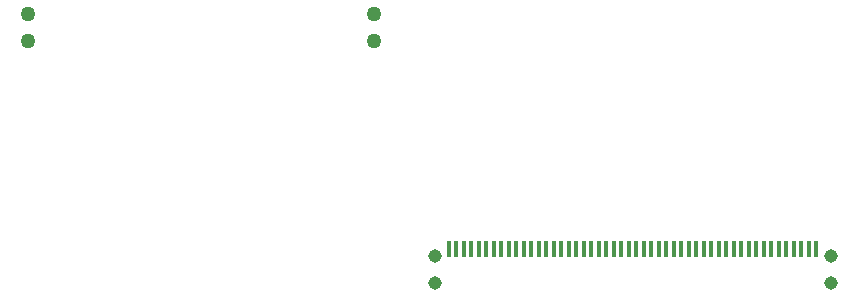
<source format=gtp>
G04 #@! TF.FileFunction,Paste,Top*
%FSLAX46Y46*%
G04 Gerber Fmt 4.6, Leading zero omitted, Abs format (unit mm)*
G04 Created by KiCad (PCBNEW 4.0.6) date Tuesday, May 23, 2017 'AMt' 09:33:37 AM*
%MOMM*%
%LPD*%
G01*
G04 APERTURE LIST*
%ADD10C,0.150000*%
%ADD11R,0.381000X1.397000*%
%ADD12C,1.143000*%
%ADD13C,1.270000*%
G04 APERTURE END LIST*
D10*
D11*
X96557500Y-59448700D03*
X95922500Y-59448700D03*
X95287500Y-59448700D03*
X94652500Y-59448700D03*
X94017500Y-59448700D03*
X93382500Y-59448700D03*
X92747500Y-59448700D03*
X92112500Y-59448700D03*
X91477500Y-59448700D03*
X90842500Y-59448700D03*
X90207500Y-59448700D03*
X89572500Y-59448700D03*
X88937500Y-59448700D03*
X88302500Y-59448700D03*
X87667500Y-59448700D03*
X87032500Y-59448700D03*
X86397500Y-59448700D03*
X85762500Y-59448700D03*
X85127500Y-59448700D03*
X84492500Y-59448700D03*
X83857500Y-59448700D03*
X83222500Y-59448700D03*
X82587500Y-59448700D03*
X81952500Y-59448700D03*
X81317500Y-59448700D03*
X80682500Y-59448700D03*
X80047500Y-59448700D03*
X79412500Y-59448700D03*
X78777500Y-59448700D03*
X78142500Y-59448700D03*
X77507500Y-59448700D03*
X76872500Y-59448700D03*
X76237500Y-59448700D03*
X75602500Y-59448700D03*
X74967500Y-59448700D03*
X74332500Y-59448700D03*
X73697500Y-59448700D03*
X73062500Y-59448700D03*
X72427500Y-59448700D03*
X71792500Y-59448700D03*
X71157500Y-59448700D03*
X70522500Y-59448700D03*
X69887500Y-59448700D03*
X69252500Y-59448700D03*
X68617500Y-59448700D03*
X67982500Y-59448700D03*
X67347500Y-59448700D03*
X66712500Y-59448700D03*
X66077500Y-59448700D03*
X65442500Y-59448700D03*
D12*
X97764000Y-62357000D03*
X64236000Y-62357000D03*
X97764000Y-60096400D03*
X64236000Y-60096400D03*
D13*
X29794200Y-39573200D03*
X59105800Y-39573200D03*
X29794200Y-41833800D03*
X59105800Y-41833800D03*
M02*

</source>
